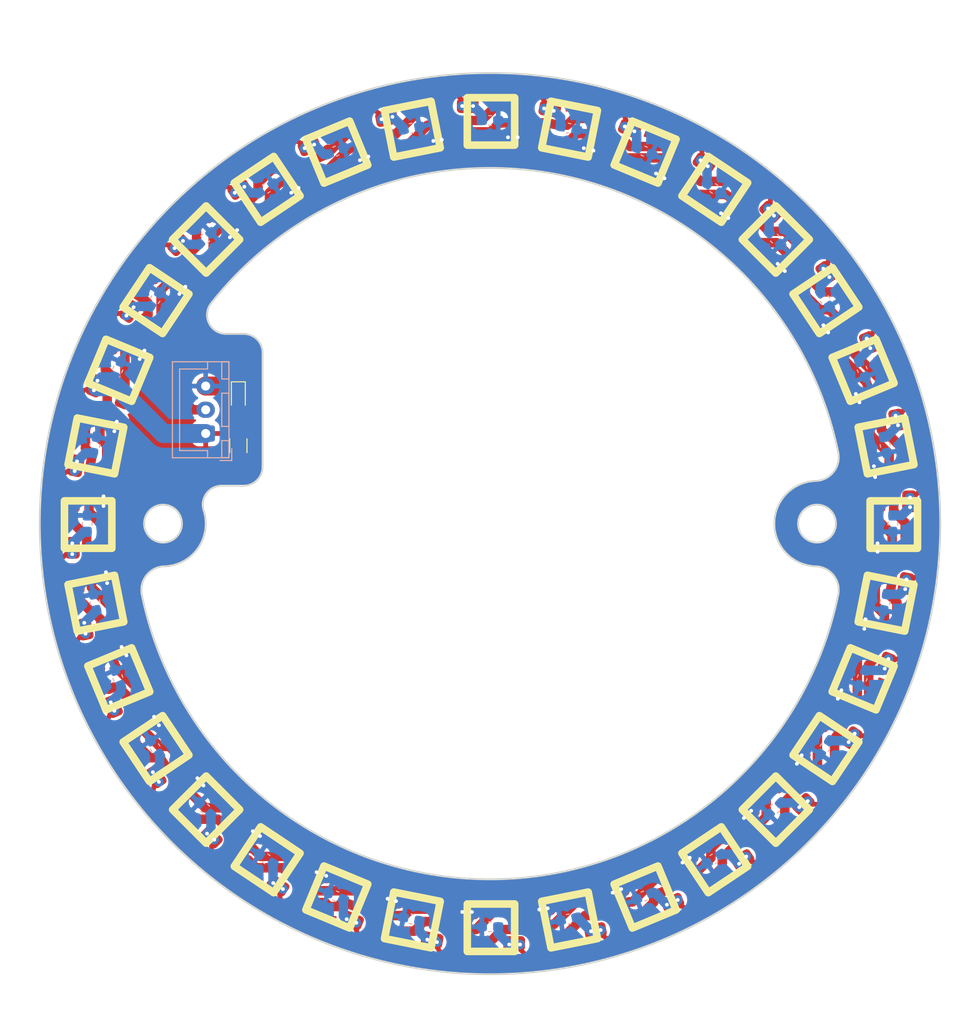
<source format=kicad_pcb>
(kicad_pcb (version 20221018) (generator pcbnew)
  (layers (0 "F.Cu" signal) (31 "B.Cu" signal) (34 "B.Paste" user) (35 "F.Paste" user) (36 "B.SilkS" user "B.Silkscreen") (37 "F.SilkS" user "F.Silkscreen") (38 "B.Mask" user) (39 "F.Mask" user) (44 "Edge.Cuts" user))
  (net 0 "")
  (net 1 "+5V")
  (net 2 "sig")
  (net 3 "GND")
  (net 4 "Net-(WS2812B1-DOUT)")
  (net 5 "Net-(WS2812B2-DOUT)")
  (net 6 "Net-(WS2812B3-DOUT)")
  (net 7 "Net-(WS2812B4-DOUT)")
  (net 8 "Net-(WS2812B5-DOUT)")
  (net 9 "data1")
  (net 10 "Net-(WS2812B7-DOUT)")
  (net 11 "Net-(WS2812B8-DOUT)")
  (net 12 "Net-(WS2812B10-DIN)")
  (net 13 "Net-(WS2812B10-DOUT)")
  (net 14 "Net-(WS2812B11-DOUT)")
  (net 15 "data2")
  (net 16 "Net-(WS2812B13-DOUT)")
  (net 17 "Net-(WS2812B14-DOUT)")
  (net 18 "Net-(WS2812B15-DOUT)")
  (net 19 "Net-(WS2812B16-DOUT)")
  (net 20 "Net-(WS2812B17-DOUT)")
  (net 21 "data3")
  (net 22 "Net-(WS2812B19-DOUT)")
  (net 23 "Net-(WS2812B20-DOUT)")
  (net 24 "Net-(WS2812B21-DOUT)")
  (net 25 "Net-(WS2812B22-DOUT)")
  (net 26 "Net-(WS2812B23-DOUT)")
  (net 27 "data4")
  (net 28 "Net-(WS2812B25-DOUT)")
  (net 29 "Net-(WS2812B26-DOUT)")
  (net 30 "Net-(WS2812B27-DOUT)")
  (net 31 "Net-(WS2812B28-DOUT)")
  (net 32 "Net-(WS2812B29-DOUT)")
  (net 33 "data5")
  (net 34 "Net-(WS2812B31-DOUT)")
  (net 36 "Net-(D1-A)")
  (footprint "@3pare:WS2812B" (layer "F.Cu") (at 110.9 93.399999 90)
    (fp_text reference "WS2812B25")
    (fp_text value "WS2812B")
  )
  (footprint "MountingHole:MountingHole_3.2mm_M3" (layer "F.Cu") (at 118.799999 93.299999)
    (fp_text reference "REF**")
    (fp_text value "MountingHole_3.2mm_M3")
  )
  (footprint "@3pare:WS2812B" (layer "F.Cu") (at 114.135119 109.664044 112.5)
    (fp_text reference "WS2812B23")
    (fp_text value "WS2812B")
  )
  (footprint "@3pare:WS2812B" (layer "F.Cu") (at 161.691338 51.716624 -11.25)
    (fp_text reference "WS2812B2")
    (fp_text value "WS2812B")
  )
  (footprint "@3pare:WS2812B" (layer "F.Cu") (at 195.083374 85.10866 -78.75)
    (fp_text reference "WS2812B8")
    (fp_text value "WS2812B")
  )
  (footprint "@3pare:WS2812B" (layer "F.Cu") (at 192.66488 77.135953 -67.5)
    (fp_text reference "WS2812B7")
    (fp_text value "WS2812B")
  )
  (footprint "@3pare:WS2812B" (layer "F.Cu") (at 137.135954 54.135118 22.5)
    (fp_text reference "WS2812B31")
    (fp_text value "WS2812B")
  )
  (footprint "@3pare:WS2812B" (layer "F.Cu") (at 129.788265 128.737457 146.25)
    (fp_text reference "WS2812B20")
    (fp_text value "WS2812B")
  )
  (footprint "@3pare:WS2812B" (layer "F.Cu") (at 137.135954 132.664879 157.5)
    (fp_text reference "WS2812B19")
    (fp_text value "WS2812B")
  )
  (footprint "@3pare:WS2812B" (layer "F.Cu") (at 188.737458 117.011733 -123.75)
    (fp_text reference "WS2812B12")
    (fp_text value "WS2812B")
  )
  (footprint "@3pare:WS2812B" (layer "F.Cu") (at 123.347961 63.34796 45)
    (fp_text reference "WS2812B29")
    (fp_text value "WS2812B")
  )
  (footprint "@3pare:WS2812B" (layer "F.Cu") (at 123.347961 123.452037 135)
    (fp_text reference "WS2812B21")
    (fp_text value "WS2812B")
  )
  (footprint "@3pare:WS2812B" (layer "F.Cu") (at 129.788265 58.06254 33.75)
    (fp_text reference "WS2812B30")
    (fp_text value "WS2812B")
  )
  (footprint "@3pare:WS2812B" (layer "F.Cu") (at 145.108661 135.083373 168.75)
    (fp_text reference "WS2812B18")
    (fp_text value "WS2812B")
  )
  (footprint "@3pare:WS2812B" (layer "F.Cu") (at 177.011734 128.737457 -146.25)
    (fp_text reference "WS2812B14")
    (fp_text value "WS2812B")
  )
  (footprint "@3pare:WS2812B" (layer "F.Cu") (at 177.011734 58.06254 -33.75)
    (fp_text reference "WS2812B4")
    (fp_text value "WS2812B")
  )
  (footprint "@3pare:WS2812B" (layer "F.Cu") (at 111.716625 101.691337 101.25)
    (fp_text reference "WS2812B24")
    (fp_text value "WS2812B")
  )
  (footprint "@3pare:WS2812B" (layer "F.Cu") (at 195.083374 101.691337 -101.25)
    (fp_text reference "WS2812B10")
    (fp_text value "WS2812B")
  )
  (footprint "@3pare:WS2812B" (layer "F.Cu") (at 161.691338 135.083373 -168.75)
    (fp_text reference "WS2812B16")
    (fp_text value "WS2812B")
  )
  (footprint "@3pare:WS2812B" (layer "F.Cu") (at 118.062541 117.011733 123.75)
    (fp_text reference "WS2812B22")
    (fp_text value "WS2812B")
  )
  (footprint "@3pare:WS2812B" (layer "F.Cu") (at 145.108661 51.716624 11.25)
    (fp_text reference "WS2812B32")
    (fp_text value "WS2812B")
  )
  (footprint "@3pare:WS2812B" (layer "F.Cu") (at 169.664045 132.664879 -157.5)
    (fp_text reference "WS2812B15")
    (fp_text value "WS2812B")
  )
  (footprint "@3pare:WS2812B" (layer "F.Cu") (at 114.135119 77.135953 67.5)
    (fp_text reference "WS2812B27")
    (fp_text value "WS2812B")
  )
  (footprint "@3pare:WS2812B" (layer "F.Cu") (at 188.737458 69.788264 -56.25)
    (fp_text reference "WS2812B6")
    (fp_text value "WS2812B")
  )
  (footprint "@3pare:WS2812B" (layer "F.Cu") (at 169.664045 54.135118 -22.5)
    (fp_text reference "WS2812B3")
    (fp_text value "WS2812B")
  )
  (footprint "@3pare:WS2812B" (layer "F.Cu") (at 111.716625 85.10866 78.75)
    (fp_text reference "WS2812B26")
    (fp_text value "WS2812B")
  )
  (footprint "@3pare:WS2812B" (layer "F.Cu") (at 183.452038 63.34796 -45)
    (fp_text reference "WS2812B5")
    (fp_text value "WS2812B")
  )
  (footprint "@3pare:WS2812B" (layer "F.Cu") (at 183.452038 123.452037 -135)
    (fp_text reference "WS2812B13")
    (fp_text value "WS2812B")
  )
  (footprint "MountingHole:MountingHole_3.2mm_M3" (layer "F.Cu") (at 187.8 93.299999)
    (fp_text reference "REF**")
    (fp_text value "MountingHole_3.2mm_M3")
  )
  (footprint "@3pare:WS2812B" (layer "F.Cu") (at 192.66488 109.664044 -112.5)
    (fp_text reference "WS2812B11")
    (fp_text value "WS2812B")
  )
  (footprint "LED_SMD:LED_0603_1608Metric_Pad1.05x0.95mm_HandSolder" (layer "F.Cu") (at 126.746 80.01 -90)
    (fp_text reference "D1")
    (fp_text value "LED")
  )
  (footprint "Resistor_SMD:R_1206_3216Metric_Pad1.30x1.75mm_HandSolder" (layer "F.Cu") (at 126.746 85.09 90)
    (fp_text reference "R1")
    (fp_text value "75Ω")
  )
  (footprint "@3pare:WS2812B" (layer "F.Cu") (at 153.4 50.899999)
    (fp_text reference "WS2812B1")
    (fp_text value "WS2812B")
  )
  (footprint "@3pare:WS2812B" (layer "F.Cu") (at 118.062541 69.788264 56.25)
    (fp_text reference "WS2812B28")
    (fp_text value "WS2812B")
  )
  (footprint "@3pare:WS2812B" (layer "F.Cu") (at 153.4 135.899999 180)
    (fp_text reference "WS2812B17")
    (fp_text value "WS2812B")
  )
  (footprint "@3pare:WS2812B" (layer "F.Cu") (at 195.9 93.399999 -90)
    (fp_text reference "WS2812B9")
    (fp_text value "WS2812B")
  )
  (footprint "Capacitor_SMD:C_0603_1608Metric_Pad1.08x0.95mm_HandSolder" (layer "B.Cu") (at 169.564045 132.564879 22.5)
    (fp_text reference "C15")
    (fp_text value "0.1uF")
  )
  (footprint "Capacitor_SMD:C_0603_1608Metric_Pad1.08x0.95mm_HandSolder" (layer "B.Cu") (at 117.962541 116.911733 -56.25)
    (fp_text reference "C22")
    (fp_text value "0.1uF")
  )
  (footprint "Capacitor_SMD:C_0603_1608Metric_Pad1.08x0.95mm_HandSolder" (layer "B.Cu") (at 183.352038 63.24796 135)
    (fp_text reference "C5")
    (fp_text value "0.1uF")
  )
  (footprint "Capacitor_SMD:C_0603_1608Metric_Pad1.08x0.95mm_HandSolder" (layer "B.Cu") (at 129.688265 57.96254 -146.25)
    (fp_text reference "C30")
    (fp_text value "0.1uF")
  )
  (footprint "Capacitor_SMD:C_0603_1608Metric_Pad1.08x0.95mm_HandSolder" (layer "B.Cu") (at 188.637458 116.911733 56.25)
    (fp_text reference "C12")
    (fp_text value "0.1uF")
  )
  (footprint "Capacitor_SMD:C_0603_1608Metric_Pad1.08x0.95mm_HandSolder" (layer "B.Cu") (at 195.8 93.299999 90)
    (fp_text reference "C9")
    (fp_text value "0.1uF")
  )
  (footprint "Capacitor_SMD:C_0603_1608Metric_Pad1.08x0.95mm_HandSolder" (layer "B.Cu") (at 194.983374 85.00866 101.25)
    (fp_text reference "C8")
    (fp_text value "0.1uF")
  )
  (footprint "Capacitor_SMD:C_0603_1608Metric_Pad1.08x0.95mm_HandSolder" (layer "B.Cu") (at 176.911734 128.637457 33.75)
    (fp_text reference "C14")
    (fp_text value "0.1uF")
  )
  (footprint "Capacitor_SMD:C_0603_1608Metric_Pad1.08x0.95mm_HandSolder" (layer "B.Cu") (at 183.352038 123.352037 45)
    (fp_text reference "C13")
    (fp_text value "0.1uF")
  )
  (footprint "Capacitor_SMD:C_0603_1608Metric_Pad1.08x0.95mm_HandSolder" (layer "B.Cu") (at 188.637458 69.688264 123.75)
    (fp_text reference "C6")
    (fp_text value "0.1uF")
  )
  (footprint "Capacitor_SMD:C_0603_1608Metric_Pad1.08x0.95mm_HandSolder" (layer "B.Cu") (at 137.035954 54.035118 -157.5)
    (fp_text reference "C31")
    (fp_text value "0.1uF")
  )
  (footprint "Capacitor_SMD:C_0603_1608Metric_Pad1.08x0.95mm_HandSolder" (layer "B.Cu") (at 145.008661 51.616624 -168.75)
    (fp_text reference "C32")
    (fp_text value "0.1uF")
  )
  (footprint "Capacitor_SMD:C_0603_1608Metric_Pad1.08x0.95mm_HandSolder" (layer "B.Cu") (at 123.247961 123.352037 -45)
    (fp_text reference "C21")
    (fp_text value "0.1uF")
  )
  (footprint "Capacitor_SMD:C_0603_1608Metric_Pad1.08x0.95mm_HandSolder" (layer "B.Cu") (at 161.591338 134.983373 11.25)
    (fp_text reference "C16")
    (fp_text value "0.1uF")
  )
  (footprint "Capacitor_SMD:C_0603_1608Metric_Pad1.08x0.95mm_HandSolder" (layer "B.Cu") (at 110.8 93.299999 -90)
    (fp_text reference "C25")
    (fp_text value "0.1uF")
  )
  (footprint "Capacitor_SMD:C_0603_1608Metric_Pad1.08x0.95mm_HandSolder" (layer "B.Cu") (at 169.564045 54.035118 157.5)
    (fp_text reference "C3")
    (fp_text value "0.1uF")
  )
  (footprint "Capacitor_SMD:C_0603_1608Metric_Pad1.08x0.95mm_HandSolder" (layer "B.Cu") (at 114.035119 109.564044 -67.5)
    (fp_text reference "C23")
    (fp_text value "0.1uF")
  )
  (footprint "Capacitor_SMD:C_0603_1608Metric_Pad1.08x0.95mm_HandSolder" (layer "B.Cu") (at 161.591338 51.616624 168.75)
    (fp_text reference "C2")
    (fp_text value "0.1uF")
  )
  (footprint "Capacitor_SMD:C_0603_1608Metric_Pad1.08x0.95mm_HandSolder" (layer "B.Cu") (at 192.56488 109.564044 67.5)
    (fp_text reference "C11")
    (fp_text value "0.1uF")
  )
  (footprint "Capacitor_SMD:C_0603_1608Metric_Pad1.08x0.95mm_HandSolder" (layer "B.Cu") (at 111.616625 85.00866 -101.25)
    (fp_text reference "C26")
    (fp_text value "0.1uF")
  )
  (footprint "Capacitor_SMD:C_0603_1608Metric_Pad1.08x0.95mm_HandSolder" (layer "B.Cu") (at 114.035119 77.035953 -112.5)
    (fp_text reference "C27")
    (fp_text value "0.1uF")
  )
  (footprint "Connector_JST:JST_XH_B3B-XH-A_1x03_P2.50mm_Vertical" (layer "B.Cu") (at 123.3 83.799999 90)
    (fp_text reference "J1")
    (fp_text value "Conn_01x03_Pin")
  )
  (footprint "Capacitor_SMD:C_0603_1608Metric_Pad1.08x0.95mm_HandSolder" (layer "B.Cu") (at 137.035954 132.564879 -22.5)
    (fp_text reference "C19")
    (fp_text value "0.1uF")
  )
  (footprint "Capacitor_SMD:C_0603_1608Metric_Pad1.08x0.95mm_HandSolder" (layer "B.Cu") (at 129.688265 128.637457 -33.75)
    (fp_text reference "C20")
    (fp_text value "0.1uF")
  )
  (footprint "Capacitor_SMD:C_0603_1608Metric_Pad1.08x0.95mm_HandSolder" (layer "B.Cu") (at 117.962541 69.688264 -123.75)
    (fp_text reference "C28")
    (fp_text value "0.1uF")
  )
  (footprint "Capacitor_SMD:C_0603_1608Metric_Pad1.08x0.95mm_HandSolder" (layer "B.Cu") (at 111.616625 101.591337 -78.75)
    (fp_text reference "C24")
    (fp_text value "0.1uF")
  )
  (footprint "Capacitor_SMD:C_0603_1608Metric_Pad1.08x0.95mm_HandSolder" (layer "B.Cu") (at 192.56488 77.035953 112.5)
    (fp_text reference "C7")
    (fp_text value "0.1uF")
  )
  (footprint "Capacitor_SMD:C_0603_1608Metric_Pad1.08x0.95mm_HandSolder" (layer "B.Cu") (at 153.3 50.799999 180)
    (fp_text reference "C1")
    (fp_text value "0.1uF")
  )
  (footprint "Capacitor_SMD:C_0603_1608Metric_Pad1.08x0.95mm_HandSolder" (layer "B.Cu") (at 123.247961 63.24796 -135)
    (fp_text reference "C29")
    (fp_text value "0.1uF")
  )
  (footprint "Capacitor_SMD:C_0603_1608Metric_Pad1.08x0.95mm_HandSolder" (layer "B.Cu") (at 176.911734 57.96254 146.25)
    (fp_text reference "C4")
    (fp_text value "0.1uF")
  )
  (footprint "Capacitor_SMD:C_0603_1608Metric_Pad1.08x0.95mm_HandSolder" (layer "B.Cu") (at 145.008661 134.983373 -11.25)
    (fp_text reference "C18")
    (fp_text value "0.1uF")
  )
  (footprint "Capacitor_SMD:C_0603_1608Metric_Pad1.08x0.95mm_HandSolder" (layer "B.Cu") (at 153.3 135.799999)
    (fp_text reference "C17")
    (fp_text value "0.1uF")
  )
  (footprint "Capacitor_SMD:C_0603_1608Metric_Pad1.08x0.95mm_HandSolder" (layer "B.Cu") (at 194.983374 101.591337 78.75)
    (fp_text reference "C10")
    (fp_text value "0.1uF")
  )
  (gr_arc (start 123.081686 91.915383) (mid 123.367443 90.123302) (end 124.984658 89.299999) (stroke (width 0.2)) (layer "Edge.Cuts"))
  (gr_arc (start 187.667236 97.79804) (mid 183.3 93.299999) (end 187.667236 88.801958) (stroke (width 0.2)) (layer "Edge.Cuts"))
  (gr_arc (start 190.043012 100.796734) (mid 153.3 130.799999) (end 116.556988 100.796734) (stroke (width 0.2)) (layer "Edge.Cuts"))
  (gr_arc (start 125.438737 73.299999) (mid 123.638893 72.172102) (end 123.869088 70.060562) (stroke (width 0.2)) (layer "Edge.Cuts"))
  (gr_line (start 125.438737 73.299999) (end 127.3 73.299999) (stroke (width 0.2)) (layer "Edge.Cuts"))
  (gr_arc (start 127.3 73.299999) (mid 128.714214 73.885785) (end 129.3 75.299999) (stroke (width 0.2)) (layer "Edge.Cuts"))
  (gr_arc (start 116.556988 100.796734) (mid 117.046983 98.744467) (end 118.932764 97.79804) (stroke (width 0.2)) (layer "Edge.Cuts"))
  (gr_arc (start 187.667236 97.79804) (mid 189.553017 98.744467) (end 190.043012 100.796734) (stroke (width 0.2)) (layer "Edge.Cuts"))
  (gr_arc (start 190.043012 85.803264) (mid 189.552994 87.85549) (end 187.667236 88.801958) (stroke (width 0.2)) (layer "Edge.Cuts"))
  (gr_arc (start 123.081686 91.915383) (mid 122.477398 95.893596) (end 118.932764 97.79804) (stroke (width 0.2)) (layer "Edge.Cuts"))
  (gr_circle (center 153.3 93.299999) (end 200.8 93.299999) (stroke (width 0.2)) (fill none) (layer "Edge.Cuts"))
  (gr_arc (start 123.869088 70.060562) (mid 161.97899 56.818152) (end 190.043012 85.803264) (stroke (width 0.2)) (layer "Edge.Cuts"))
  (gr_arc (start 129.3 87.299999) (mid 128.714213 88.714212) (end 127.3 89.299999) (stroke (width 0.2)) (layer "Edge.Cuts"))
  (gr_line (start 127.3 89.299999) (end 124.984658 89.299999) (stroke (width 0.2)) (layer "Edge.Cuts"))
  (gr_circle (center 118.799999 93.299999) (end 120.799999 93.299999) (stroke (width 0.2)) (fill none) (layer "Edge.Cuts"))
  (gr_line (start 129.3 75.299999) (end 129.3 87.299999) (stroke (width 0.2)) (layer "Edge.Cuts"))
  (gr_circle (center 187.8 93.299999) (end 189.8 93.299999) (stroke (width 0.2)) (fill none) (layer "Edge.Cuts"))
  (via (at 143.002 50.419) (size 0.8) (drill 0.4) (layers "F.Cu" "B.Cu") (net 1))
  (via (at 141.859 50.673) (size 0.8) (drill 0.4) (layers "F.Cu" "B.Cu") (net 1))
  (via (at 168.529 51.943) (size 0.8) (drill 0.4) (layers "F.Cu" "B.Cu") (net 1))
  (via (at 150.368 49.276) (size 0.8) (drill 0.4) (layers "F.Cu" "B.Cu") (net 1))
  (via (at 188.468 66.421) (size 0.8) (drill 0.4) (layers "F.Cu" "B.Cu") (net 1))
  (via (at 111.506 79.248) (size 0.8) (drill 0.4) (layers "F.Cu" "B.Cu") (net 1))
  (via (at 197.104 100.203) (size 0.8) (drill 0.4) (layers "F.Cu" "B.Cu") (net 1))
  (via (at 139.192 135.382) (size 0.8) (drill 0.4) (layers "F.Cu" "B.Cu") (net 1))
  (via (at 110.617 104.902) (size 0.8) (drill 0.4) (layers "F.Cu" "B.Cu") (net 1))
  (via (at 155.321 137.668) (size 0.8) (drill 0.4) (layers "F.Cu" "B.Cu") (net 1))
  (via (at 194.945 108.585) (size 0.8) (drill 0.4) (layers "F.Cu" "B.Cu") (net 1))
  (via (at 195.326 107.569) (size 0.8) (drill 0.4) (layers "F.Cu" "B.Cu") (net 1))
  (via (at 126.365 58.42) (size 0.8) (drill 0.4) (layers "F.Cu" "B.Cu") (net 1))
  (via (at 167.513 51.435) (size 0.8) (drill 0.4) (layers "F.Cu" "B.Cu") (net 1))
  (via (at 197.612 91.567) (size 0.8) (drill 0.4) (layers "F.Cu" "B.Cu") (net 1))
  (via (at 186.817 122.555) (size 0.8) (drill 0.4) (layers "F.Cu" "B.Cu") (net 1))
  (via (at 114.935 71.374) (size 0.8) (drill 0.4) (layers "F.Cu" "B.Cu") (net 1))
  (via (at 159.004 49.53) (size 0.8) (drill 0.4) (layers "F.Cu" "B.Cu") (net 1))
  (via (at 197.612 90.551) (size 0.8) (drill 0.4) (layers "F.Cu" "B.Cu") (net 1))
  (via (at 183.261 60.833) (size 0.8) (drill 0.4) (layers "F.Cu" "B.Cu") (net 1))
  (via (at 175.514 54.991) (size 0.8) (drill 0.4) (layers "F.Cu" "B.Cu") (net 1))
  (via (at 196.342 82.931) (size 0.8) (drill 0.4) (layers "F.Cu" "B.Cu") (net 1))
  (via (at 179.578 129.159) (size 0.8) (drill 0.4) (layers "F.Cu" "B.Cu") (net 1))
  (via (at 191.77 115.443) (size 0.8) (drill 0.4) (layers "F.Cu" "B.Cu") (net 1))
  (via (at 111.887 78.232) (size 0.8) (drill 0.4) (layers "F.Cu" "B.Cu") (net 1))
  (via (at 173.101 132.969) (size 0.8) (drill 0.4) (layers "F.Cu" "B.Cu") (net 1))
  (via (at 118.364 120.523) (size 0.8) (drill 0.4) (layers "F.Cu" "B.Cu") (net 1))
  (via (at 185.928 123.19) (size 0.8) (drill 0.4) (layers "F.Cu" "B.Cu") (net 1))
  (via (at 182.626 60.071) (size 0.8) (drill 0.4) (layers "F.Cu" "B.Cu") (net 1))
  (via (at 197.231 99.187) (size 0.8) (drill 0.4) (layers "F.Cu" "B.Cu") (net 1))
  (via (at 117.729 119.507) (size 0.8) (drill 0.4) (layers "F.Cu" "B.Cu") (net 1))
  (via (at 180.34 128.397) (size 0.8) (drill 0.4) (layers "F.Cu" "B.Cu") (net 1))
  (via (at 151.511 49.276) (size 0.8) (drill 0.4) (layers "F.Cu" "B.Cu") (net 1))
  (via (at 124.206 126.619) (size 0.8) (drill 0.4) (layers "F.Cu" "B.Cu") (net 1))
  (via (at 109.474 87.757) (size 0.8) (drill 0.4) (layers "F.Cu" "B.Cu") (net 1))
  (via (at 120.904 63.5) (size 0.8) (drill 0.4) (layers "F.Cu" "B.Cu") (net 1))
  (via (at 123.444 125.984) (size 0.8) (drill 0.4) (layers "F.Cu" "B.Cu") (net 1))
  (via (at 156.464 137.668) (size 0.8) (drill 0.4) (layers "F.Cu" "B.Cu") (net 1))
  (via (at 113.284 112.141) (size 0.8) (drill 0.4) (layers "F.Cu" "B.Cu") (net 1))
  (via (at 138.176 135.001) (size 0.8) (drill 0.4) (layers "F.Cu" "B.Cu") (net 1))
  (via (at 109.728 86.741) (size 0.8) (drill 0.4) (layers "F.Cu" "B.Cu") (net 1))
  (via (at 127.381 57.785) (size 0.8) (drill 0.4) (layers "F.Cu" "B.Cu") (net 1))
  (via (at 133.731 53.721) (size 0.8) (drill 0.4) (layers "F.Cu" "B.Cu") (net 1))
  (via (at 120.015 64.262) (size 0.8) (drill 0.4) (layers "F.Cu" "B.Cu") (net 1))
  (via (at 115.697 70.485) (size 0.8) (drill 0.4) (layers "F.Cu" "B.Cu") (net 1))
  (via (at 193.04 73.787) (size 0.8) (drill 0.4) (layers "F.Cu" "B.Cu") (net 1))
  (via (at 113.665 113.03) (size 0.8) (drill 0.4) (layers "F.Cu" "B.Cu") (net 1))
  (via (at 110.49 103.759) (size 0.8) (drill 0.4) (layers "F.Cu" "B.Cu") (net 1))
  (via (at 193.421 74.803) (size 0.8) (drill 0.4) (layers "F.Cu" "B.Cu") (net 1))
  (via (at 164.973 136.144) (size 0.8) (drill 0.4) (layers "F.Cu" "B.Cu") (net 1))
  (via (at 189.103 67.31) (size 0.8) (drill 0.4) (layers "F.Cu" "B.Cu") (net 1))
  (via (at 131.445 131.826) (size 0.8) (drill 0.4) (layers "F.Cu" "B.Cu") (net 1))
  (via (at 163.957 136.271) (size 0.8) (drill 0.4) (layers "F.Cu" "B.Cu") (net 1))
  (via (at 146.685 137.16) (size 0.8) (drill 0.4) (layers "F.Cu" "B.Cu") (net 1))
  (via (at 191.135 116.332) (size 0.8) (drill 0.4) (layers "F.Cu" "B.Cu") (net 1))
  (via (at 130.429 131.191) (size 0.8) (drill 0.4) (layers "F.Cu" "B.Cu") (net 1))
  (via (at 176.276 55.626) (size 0.8) (drill 0.4) (layers "F.Cu" "B.Cu") (net 1))
  (via (at 160.02 49.784) (size 0.8) (drill 0.4) (layers "F.Cu" "B.Cu") (net 1))
  (via (at 109.22 95.377) (size 0.8) (drill 0.4) (layers "F.Cu" "B.Cu") (net 1))
  (via (at 171.958 133.477) (size 0.8) (drill 0.4) (layers "F.Cu" "B.Cu") (net 1))
  (via (at 109.22 96.52) (size 0.8) (drill 0.4) (layers "F.Cu" "B.Cu") (net 1))
  (via (at 196.088 81.915) (size 0.8) (drill 0.4) (layers "F.Cu" "B.Cu") (net 1))
  (via (at 147.701 137.414) (size 0.8) (drill 0.4) (layers "F.Cu" "B.Cu") (net 1))
  (via (at 134.747 53.34) (size 0.8) (drill 0.4) (layers "F.Cu" "B.Cu") (net 1))
  (segment (start 162.437265 134.815108) (end 162.501108 134.815108) (width 1) (layer "B.Cu") (net 1))
  (segment (start 151.511 49.276) (end 150.368 49.276) (width 1) (layer "B.Cu") (net 1))
  (segment (start 137.8328 134.6578) (end 138.176 135.001) (width 1) (layer "B.Cu") (net 1))
  (segment (start 189.103 67.056) (end 188.468 66.421) (width 1) (layer "B.Cu") (net 1))
  (segment (start 117.483362 70.405407) (end 115.776593 70.405407) (width 1) (layer "B.Cu") (net 1))
  (segment (start 176.276 55.626) (end 176.149 55.626) (width 1) (layer "B.Cu") (net 1))
  (segment (start 135.772182 54.365182) (end 134.747 53.34) (width 1) (layer "B.Cu") (net 1))
  (segment (start 176.149 55.626) (end 175.514 54.991) (width 1) (layer "B.Cu") (net 1))
  (segment (start 113.284 112.649) (end 113.665 113.03) (width 1) (layer "B.Cu") (net 1))
  (segment (start 145.854588 136.329588) (end 146.685 137.16) (width 1) (layer "B.Cu") (net 1))
  (segment (start 113.705055 77.832799) (end 112.286201 77.832799) (width 1) (layer "B.Cu") (net 1))
  (segment (start 120.904 63.5) (end 120.777 63.5) (width 1) (layer "B.Cu") (net 1))
  (segment (start 144.162734 51.784889) (end 144.162734 51.579734) (width 1) (layer "B.Cu") (net 1))
  (segment (start 144.162734 51.579734) (end 143.002 50.419) (width 1) (layer "B.Cu") (net 1))
  (segment (start 196.342 82.931) (end 196.342 82.169) (width 1) (layer "B.Cu") (net 1))
  (segment (start 189.103 67.31) (end 189.103 67.056) (width 1) (layer "B.Cu") (net 1))
  (segment (start 117.729 119.888) (end 118.364 120.523) (width 1) (layer "B.Cu") (net 1))
  (segment (start 110.49 104.775) (end 110.617 104.902) (width 1) (layer "B.Cu") (net 1))
  (segment (start 182.742158 61.351842) (end 183.261 60.833) (width 1) (layer "B.Cu") (net 1))
  (segment (start 183.261 60.833) (end 183.261 60.706) (width 1) (layer "B.Cu") (net 1))
  (segment (start 113.908307 78.867) (end 111.887 78.867) (width 2) (layer "B.Cu") (net 1))
  (segment (start 147.447 137.16) (end 147.701 137.414) (width 1) (layer "B.Cu") (net 1))
  (segment (start 159.258 49.784) (end 159.004 49.53) (width 1) (layer "B.Cu") (net 1))
  (segment (start 176.194591 57.483361) (end 176.194591 55.707409) (width 1) (layer "B.Cu") (net 1))
  (segment (start 195.151639 100.74541) (end 196.56159 100.74541) (width 1) (layer "B.Cu") (net 1))
  (segment (start 112.286201 77.832799) (end 111.887 78.232) (width 1) (layer "B.Cu") (net 1))
  (segment (start 192.234816 75.989184) (end 193.421 74.803) (width 1) (layer "B.Cu") (net 1))
  (segment (start 110.614413 85.854587) (end 109.728 86.741) (width 1) (layer "B.Cu") (net 1))
  (segment (start 186.182 123.19) (end 186.817 122.555) (width 1) (layer "B.Cu") (net 1))
  (segment (start 143.002 50.419) (end 142.113 50.419) (width 1) (layer "B.Cu") (net 1))
  (segment (start 176.194591 55.707409) (end 176.276 55.626) (width 1) (layer "B.Cu") (net 1))
  (segment (start 162.501108 134.815108) (end 163.957 136.271) (width 1) (layer "B.Cu") (net 1))
  (segment (start 193.421 74.168) (end 193.04 73.787) (width 1) (layer "B.Cu") (net 1))
  (segment (start 110.49 103.759) (end 110.49 104.775) (width 1) (layer "B.Cu") (net 1))
  (segment (start 185.480157 122.742157) (end 185.928 123.19) (width 1) (layer "B.Cu") (net 1))
  (segment (start 163.957 136.271) (end 164.846 136.271) (width 1) (layer "B.Cu") (net 1))
  (segment (start 189.116637 116.19459) (end 190.99759 116.19459) (width 1) (layer "B.Cu") (net 1))
  (segment (start 172.593 133.477) (end 173.101 132.969) (width 1) (layer "B.Cu") (net 1))
  (segment (start 170.715815 132.234815) (end 171.958 133.477) (width 1) (layer "B.Cu") (net 1))
  (segment (start 168.529 51.943) (end 168.021 51.943) (width 1) (layer "B.Cu") (net 1))
  (segment (start 171.958 133.477) (end 172.593 133.477) (width 1) (layer "B.Cu") (net 1))
  (segment (start 111.44836 85.854587) (end 110.614413 85.854587) (width 1) (layer "B.Cu") (net 1))
  (segment (start 146.685 137.16) (end 147.447 137.16) (width 1) (layer "B.Cu") (net 1))
  (segment (start 118.44172 118.79428) (end 117.729 119.507) (width 1) (layer "B.Cu") (net 1))
  (segment (start 191.135 116.332) (end 191.135 116.078) (width 1) (layer "B.Cu") (net 1))
  (segment (start 136.239108 54.365182) (end 135.772182 54.365182) (width 1) (layer "B.Cu") (net 1))
  (segment (start 130.405408 129.116636) (end 130.405408 131.167408) (width 1) (layer "B.Cu") (net 1))
  (segment (start 109.22 95.377) (end 109.22 96.52) (width 1) (layer "B.Cu") (net 1))
  (segment (start 182.742158 62.63808) (end 182.742158 61.351842) (width 1) (layer "B.Cu") (net 1))
  (segment (start 130.405408 131.167408) (end 130.429 131.191) (width 1) (layer "B.Cu") (net 1))
  (segment (start 194.815109 84.162733) (end 195.110267 84.162733) (width 1) (layer "B.Cu") (net 1))
  (segment (start 145.854588 135.151638) (end 145.854588 136.329588) (width 1) (layer "B.Cu") (net 1))
  (segment (start 193.421 74.803) (end 193.421 74.168) (width 1) (layer "B.Cu") (net 1))
  (segment (start 196.342 82.169) (end 196.088 81.915) (width 1) (layer "B.Cu") (net 1))
  (segment (start 111.78489 102.437264) (end 111.78489 102.46411) (width 1) (layer "B.Cu") (net 1))
  (segment (start 123.3 83.799999) (end 118.841306 83.799999) (width 2) (layer "B.Cu") (net 1))
  (segment (start 113.284 112.141) (end 113.284 112.649) (width 1) (layer "B.Cu") (net 1))
  (segment (start 115.776593 70.405407) (end 115.697 70.485) (width 1) (layer "B.Cu") (net 1))
  (segment (start 130.81 131.191) (end 131.445 131.826) (width 1) (layer "B.Cu") (net 1))
  (segment (start 118.44172 117.628876) (end 118.44172 118.79428) (width 1) (layer "B.Cu") (net 1))
  (segment (start 179.578 129.159) (end 180.34 128.397) (width 1) (layer "B.Cu") (net 1))
  (segment (start 152.4375 50.799999) (end 152.4375 50.2025) (width 1) (layer "B.Cu") (net 1))
  (segment (start 177.628877 128.158278) (end 178.577278 128.158278) (width 1) (layer "B.Cu") (net 1))
  (segment (start 110.434501 94.162499) (end 109.22 95.377) (width 1) (layer "B.Cu") (net 1))
  (segment (start 121.26184 63.85784) (end 120.904 63.5) (width 1) (layer "B.Cu") (net 1))
  (segment (start 195.110267 84.162733) (end 196.342 82.931) (width 1) (layer "B.Cu") (net 1))
  (segment (start 109.728 86.741) (end 109.728 87.503) (width 1) (layer "B.Cu") (net 1))
  (segment (start 111.78489 102.46411) (end 110.49 103.759) (width 1) (layer "B.Cu") (net 1))
  (segment (start 122.638081 63.85784) (end 121.26184 63.85784) (width 1) (layer "B.Cu") (net 1))
  (segment (start 160.02 49.784) (end 159.258 49.784) (width 1) (layer "B.Cu") (net 1))
  (segment (start 191.135 116.078) (end 191.77 115.443) (width 1) (layer "B.Cu") (net 1))
  (segment (start 134.747 53.34) (end 134.112 53.34) (width 1) (layer "B.Cu") (net 1))
  (segment (start 137.8328 132.894943) (end 137.8328 134.6578) (width 1) (layer "B.Cu") (net 1))
  (segment (start 188.158279 68.971121) (end 188.158279 68.254721) (width 1) (layer "B.Cu") (net 1))
  (segment (start 123.444 125.984) (end 123.571 125.984) (width 1) (layer "B.Cu") (net 1))
  (segment (start 130.429 131.191) (end 130.81 131.191) (width 1) (layer "B.Cu") (net 1))
  (segment (start 185.928 123.19) (end 186.182 123.19) (width 1) (layer "B.Cu") (net 1))
  (segment (start 127 57.785) (end 126.365 58.42) (width 1) (layer "B.Cu") (net 1))
  (segment (start 123.571 125.984) (end 124.206 126.619) (width 1) (layer "B.Cu") (net 1))
  (segment (start 164.846 136.271) (end 164.973 136.144) (width 1) (layer "B.Cu") (net 1))
  (segment (start 120.777 63.5) (end 120.015 64.262) (width 1) (layer "B.Cu") (net 1))
  (segment (start 160.745411 50.509411) (end 160.02 49.784) (width 1) (layer "B.Cu") (net 1))
  (segment (start 192.234816 76.239107) (end 192.234816 75.989184) (width 1) (layer "B.Cu") (net 1))
  (segment (start 111.887 78.232) (end 111.887 78.867) (width 1) (layer "B.Cu") (net 1))
  (segment (start 128.037719 58.441719) (end 127.381 57.785) (width 1) (layer "B.Cu") (net 1))
  (segment (start 138.176 135.001) (end 138.811 135.001) (width 1) (layer "B.Cu") (net 1))
  (segment (start 194.945 108.585) (end 194.945 107.95) (width 1) (layer "B.Cu") (net 1))
  (segment (start 178.577278 128.158278) (end 179.578 129.159) (width 1) (layer "B.Cu") (net 1))
  (segment (start 134.112 53.34) (end 133.731 53.721) (width 1) (layer "B.Cu") (net 1))
  (segment (start 142.113 50.419) (end 141.859 50.673) (width 1) (layer "B.Cu") (net 1))
  (segment (start 160.745411 51.448359) (end 160.745411 50.509411) (width 1) (layer "B.Cu") (net 1))
  (segment (start 110.8 94.162499) (end 110.434501 94.162499) (width 1) (layer "B.Cu") (net 1))
  (segment (start 152.4375 50.2025) (end 151.511 49.276) (width 1) (layer "B.Cu") (net 1))
  (segment (start 170.360891 132.234815) (end 170.715815 132.234815) (width 1) (layer "B.Cu") (net 1))
  (segment (start 128.971122 58.441719) (end 128.037719 58.441719) (width 1) (layer "B.Cu") (net 1))
  (segment (start 190.99759 116.19459) (end 191.135 116.332) (width 1) (layer "B.Cu") (net 1))
  (segment (start 115.697 70.485) (end 115.697 70.612) (width 1) (layer "B.Cu") (net 1))
  (segment (start 197.612 91.567) (end 197.612 90.551) (width 1) (layer "B.Cu") (net 1))
  (segment (start 154.1625 135.799999) (end 154.1625 136.5095) (width 1) (layer "B.Cu") (net 1))
  (segment (start 197.104 100.203) (end 197.104 99.314) (width 1) (layer "B.Cu") (net 1))
  (segment (start 168.767199 53.705054) (end 168.767199 52.181199) (width 1) (layer "B.Cu") (net 1))
  (segment (start 183.961918 122.742157) (end 185.480157 122.742157) (width 1) (layer "B.Cu") (net 1))
  (segment (start 183.261 60.706) (end 182.626 60.071) (width 1) (layer "B.Cu") (net 1))
  (segment (start 188.158279 68.254721) (end 189.103 67.31) (width 1) (layer "B.Cu") (net 1))
  (segment (start 117.729 119.507) (end 117.729 119.888) (width 1) (layer "B.Cu") (net 1))
  (segment (start 154.1625 136.5095) (end 155.321 137.668) (width 1) (layer "B.Cu") (net 1))
  (segment (start 194.762802 108.767198) (end 194.945 108.585) (width 1) (layer "B.Cu") (net 1))
  (segment (start 196.56159 100.74541) (end 197.104 100.203) (width 1) (layer "B.Cu") (net 1))
  (segment (start 114.365183 111.059817) (end 113.284 112.141) (width 1) (layer "B.Cu") (net 1))
  (segment (start 114.365183 110.36089) (end 114.365183 111.059817) (width 1) (layer "B.Cu") (net 1))
  (segment (start 192.894944 108.767198) (end 194.762802 108.767198) (width 1) (layer "B.Cu") (net 1))
  (segment (start 123.857841 123.961917) (end 123.857841 125.570159) (width 1) (layer "B.Cu") (net 1))
  (segment (start 138.811 135.001) (end 139.192 135.382) (width 1) (layer "B.Cu") (net 1))
  (segment (start 109.728 87.503) (end 109.474 87.757) (width 1) (layer "B.Cu") (net 1))
  (segment (start 127.381 57.785) (end 127 57.785) (width 1) (layer "B.Cu") (net 1))
  (segment (start 111.887 78.867) (end 111.506 79.248) (width 1) (layer "B.Cu") (net 1))
  (segment (start 168.021 51.943) (end 167.513 51.435) (width 1) (layer "B.Cu") (net 1))
  (segment (start 195.8 92.437499) (end 196.741501 92.437499) (width 1) (layer "B.Cu") (net 1))
  (segment (start 196.741501 92.437499) (end 197.612 91.567) (width 1) (layer "B.Cu") (net 1))
  (segment (start 155.321 137.668) (end 156.464 137.668) (width 1) (layer "B.Cu") (net 1))
  (segment (start 123.857841 125.570159) (end 123.444 125.984) (width 1) (layer "B.Cu") (net 1))
  (segment (start 194.945 107.95) (end 195.326 107.569) (width 1) (layer "B.Cu") (net 1))
  (segment (start 197.104 99.314) (end 197.231 99.187) (width 1) (layer "B.Cu") (net 1))
  (segment (start 115.697 70.612) (end 114.935 71.374) (width 1) (layer "B.Cu") (net 1))
  (segment (start 168.767199 52.181199) (end 168.529 51.943) (width 1) (layer "B.Cu") (net 1))
  (segment (start 118.841306 83.799999) (end 113.908307 78.867) (width 2) (layer "B.Cu") (net 1))
  (segment (start 124.333 67.31) (end 122.301 69.342) (width 1) (layer "F.Cu") (net 2))
  (segment (start 143.630163 55.88) (end 141.732 55.88) (width 1) (layer "F.Cu") (net 2))
  (segment (start 120.65 75.438) (end 120.65 80.01) (width 1) (layer "F.Cu") (net 2))
  (segment (start 120.65 80.01) (end 121.939999 81.299999) (width 1) (layer "F.Cu") (net 2))
  (segment (start 122.301 69.342) (end 122.301 73.787) (width 1) (layer "F.Cu") (net 2))
  (segment (start 131.953 60.579) (end 128.143 64.389) (width 1) (layer "F.Cu") (net 2))
  (segment (start 140.843 56.769) (end 139.065 56.769) (width 1) (layer "F.Cu") (net 2))
  (segment (start 144.996908 54.513255) (end 143.630163 55.88) (width 1) (layer "F.Cu") (net 2))
  (segment (start 124.333 67.056) (end 124.333 67.31) (width 1) (layer "F.Cu") (net 2))
  (segment (start 155.85 49.249999) (end 155.823999 49.276) (width 1) (layer "F.Cu") (net 2))
  (segment (start 139.065 56.769) (end 137.414 58.42) (width 1) (layer "F.Cu") (net 2))
  (segment (start 149.647234 51.181) (end 147.828 51.181) (width 1) (layer "F.Cu") (net 2))
  (segment (start 144.996908 53.023888) (end 144.996908 54.513255) (width 1) (layer "F.Cu") (net 2))
  (segment (start 137.414 58.42) (end 135.255 58.42) (width 1) (layer "F.Cu") (net 2))
  (segment (start 153.924 49.276) (end 152.4 50.8) (width 1) (layer "F.Cu") (net 2))
  (segment (start 133.096 60.579) (end 131.953 60.579) (width 1) (layer "F.Cu") (net 2))
  (segment (start 121.939999 81.299999) (end 123.3 81.299999) (width 1) (layer "F.Cu") (net 2))
  (segment (start 146.712796 51.308) (end 144.996908 53.023888) (width 1) (layer "F.Cu") (net 2))
  (segment (start 147.828 51.181) (end 147.701 51.308) (width 1) (layer "F.Cu") (net 2))
  (segment (start 152.4 50.8) (end 150.028234 50.8) (width 1) (layer "F.Cu") (net 2))
  (segment (start 122.301 73.787) (end 120.65 75.438) (width 1) (layer "F.Cu") (net 2))
  (segment (start 127 64.389) (end 124.333 67.056) (width 1) (layer "F.Cu") (net 2))
  (segment (start 128.143 64.389) (end 127 64.389) (width 1) (layer "F.Cu") (net 2))
  (segment (start 147.701 51.308) (end 146.712796 51.308) (width 1) (layer "F.Cu") (net 2))
  (segment (start 135.255 58.42) (end 133.096 60.579) (width 1) (layer "F.Cu") (net 2))
  (segment (start 155.823999 49.276) (end 153.924 49.276) (width 1) (layer "F.Cu") (net 2))
  (segment (start 150.028234 50.8) (end 149.647234 51.181) (width 1) (layer "F.Cu") (net 2))
  (segment (start 141.732 55.88) (end 140.843 56.769) (width 1) (layer "F.Cu") (net 2))
  (segment (start 123.3 78.799999) (end 126.410999 78.799999) (width 2) (layer "F.Cu") (net 3))
  (segment (start 126.410999 78.799999) (end 126.746 79.135) (width 2) (layer "F.Cu") (net 3))
  (via (at 192.786 104.394) (size 0.8) (drill 0.4) (layers "F.Cu" "B.Cu") (net 3))
  (via (at 192.913 103.378) (size 0.8) (drill 0.4) (layers "F.Cu" "B.Cu") (net 3))
  (via (at 186.182 117.729) (size 0.8) (drill 0.4) (layers "F.Cu" "B.Cu") (net 3))
  (via (at 188.976 73.152) (size 0.8) (drill 0.4) (layers "F.Cu" "B.Cu") (net 3))
  (via (at 178.435 61.087) (size 0.8) (drill 0.4) (layers "F.Cu" "B.Cu") (net 3))
  (via (at 128.27 125.73) (size 0.8) (drill 0.4) (layers "F.Cu" "B.Cu") (net 3))
  (via (at 166.243 132.207) (size 0.8) (drill 0.4) (layers "F.Cu" "B.Cu") (net 3))
  (via (at 125.857 63.119) (size 0.8) (drill 0.4) (layers "F.Cu" "B.Cu") (net 3))
  (via (at 112.776 98.425) (size 0.8) (drill 0.4) (layers "F.Cu" "B.Cu") (net 3))
  (via (at 173.609 129.032) (size 0.8) (drill 0.4) (layers "F.Cu" "B.Cu") (net 3))
  (via (at 132.334 58.42) (size 0.8) (drill 0.4) (layers "F.Cu" "B.Cu") (net 3))
  (via (at 116.332 75.946) (size 0.8) (drill 0.4) (layers "F.Cu" "B.Cu") (net 3))
  (via (at 139.573 54.991) (size 0.8) (drill 0.4) (layers "F.Cu" "B.Cu") (net 3))
  (via (at 174.371 128.524) (size 0.8) (drill 0.4) (layers "F.Cu" "B.Cu") (net 3))
  (via (at 171.704 56.896) (size 0.8) (drill 0.4) (layers "F.Cu" "B.Cu") (net 3))
  (via (at 143.383 133.096) (size 0.8) (drill 0.4) (layers "F.Cu" "B.Cu") (net 3))
  (via (at 123.063 120.904) (size 0.8) (drill 0.4) (layers "F.Cu" "B.Cu") (net 3))
  (via (at 194.183 95.377) (size 0.8) (drill 0.4) (layers "F.Cu" "B.Cu") (net 3))
  (via (at 114.935 107.188) (size 0.8) (drill 0.4) (layers "F.Cu" "B.Cu") (net 3))
  (via (at 189.992 111.76) (size 0.8) (drill 0.4) (layers "F.Cu" "B.Cu") (net 3))
  (via (at 114.427 106.299) (size 0.8) (drill 0.4) (layers "F.Cu" "B.Cu") (net 3))
  (via (at 193.802 87.249) (size 0.8) (drill 0.4) (layers "F.Cu" "B.Cu") (net 3))
  (via (at 194.183 96.266) (size 0.8) (drill 0.4) (layers "F.Cu" "B.Cu") (net 3))
  (via (at 158.496 133.985) (size 0.8) (drill 0.4) (layers "F.Cu" "B.Cu") (net 3))
  (via (at 126.619 62.357) (size 0.8) (drill 0.4) (layers "F.Cu" "B.Cu") (net 3))
  (via (at 135.001 130.048) (size 0.8) (drill 0.4) (layers "F.Cu" "B.Cu") (net 3))
  (via (at 148.209 52.832) (size 0.8) (drill 0.4) (layers "F.Cu" "B.Cu") (net 3))
  (via (at 164.211 53.975) (size 0.8) (drill 0.4) (layers "F.Cu" "B.Cu") (net 3))
  (via (at 113.919 82.55) (size 0.8) (drill 0.4) (layers "F.Cu" "B.Cu") (net 3))
  (via (at 133.096 57.912) (size 0.8) (drill 0.4) (layers "F.Cu" "B.Cu") (net 3))
  (via (at 118.364 114.554) (size 0.8) (drill 0.4) (layers "F.Cu" "B.Cu") (net 3))
  (via (at 180.848 123.571) (size 0.8) (drill 0.4) (layers "F.Cu" "B.Cu") (net 3))
  (via (at 121.158 68.326) (size 0.8) (drill 0.4) (layers "F.Cu" "B.Cu") (net 3))
  (via (at 120.523 69.088) (size 0.8) (drill 0.4) (layers "F.Cu" "B.Cu") (net 3))
  (via (at 112.522 91.44) (size 0.8) (drill 0.4) (layers "F.Cu" "B.Cu") (net 3))
  (via (at 155.194 52.578) (size 0.8) (drill 0.4) (layers "F.Cu" "B.Cu") (net 3))
  (via (at 117.856 113.665) (size 0.8) (drill 0.4) (layers "F.Cu" "B.Cu") (net 3))
  (via (at 159.385 133.858) (size 0.8) (drill 0.4) (layers "F.Cu" "B.Cu") (net 3))
  (via (at 136.017 130.429) (size 0.8) (drill 0.4) (layers "F.Cu" "B.Cu") (net 3))
  (via (at 191.897 79.629) (size 0.8) (drill 0.4) (layers "F.Cu" "B.Cu") (net 3))
  (via (at 183.642 65.913) (size 0.8) (drill 0.4) (layers "F.Cu" "B.Cu") (net 3))
  (via (at 151.384 134.239) (size 0.8) (drill 0.4) (layers "F.Cu" "B.Cu") (net 3))
  (via (at 116.84 75.057) (size 0.8) (drill 0.4) (layers "F.Cu" "B.Cu") (net 3))
  (via (at 140.462 54.61) (size 0.8) (drill 0.4) (layers "F.Cu" "B.Cu") (net 3))
  (via (at 170.815 56.388) (size 0.8) (drill 0.4) (layers "F.Cu" "B.Cu") (net 3))
  (via (at 129.032 126.238) (size 0.8) (drill 0.4) (layers "F.Cu" "B.Cu") (net 3))
  (via (at 113.665 83.566) (size 0.8) (drill 0.4) (layers "F.Cu" "B.Cu") (net 3))
  (via (at 156.21 52.578) (size 0.8) (drill 0.4) (layers "F.Cu" "B.Cu") (net 3))
  (via (at 188.468 72.39) (size 0.8) (drill 0.4) (layers "F.Cu" "B.Cu") (net 3))
  (via (at 142.494 132.842) (size 0.8) (drill 0.4) (layers "F.Cu" "B.Cu") (net 3))
  (via (at 147.32 52.959) (size 0.8) (drill 0.4) (layers "F.Cu" "B.Cu") (net 3))
  (via (at 180.086 124.333) (size 0.8) (drill 0.4) (layers "F.Cu" "B.Cu") (net 3))
  (via (at 185.674 118.618) (size 0.8) (drill 0.4) (layers "F.Cu" "B.Cu") (net 3))
  (via (at 193.929 88.392) (size 0.8) (drill 0.4) (layers "F.Cu" "B.Cu") (net 3))
  (via (at 150.368 134.239) (size 0.8) (drill 0.4) (layers "F.Cu" "B.Cu") (net 3))
  (via (at 112.522 90.424) (size 0.8) (drill 0.4) (layers "F.Cu" "B.Cu") (net 3))
  (via (at 163.195 53.721) (size 0.8) (drill 0.4) (layers "F.Cu" "B.Cu") (net 3))
  (via (at 190.373 110.871) (size 0.8) (drill 0.4) (layers "F.Cu" "B.Cu") (net 3))
  (via (at 177.673 60.579) (size 0.8) (drill 0.4) (layers "F.Cu" "B.Cu") (net 3))
  (via (at 112.903 99.568) (size 0.8) (drill 0.4) (layers "F.Cu" "B.Cu") (net 3))
  (via (at 192.278 80.518) (size 0.8) (drill 0.4) (layers "F.Cu" "B.Cu") (net 3))
  (via (at 184.404 66.675) (size 0.8) (drill 0.4) (layers "F.Cu" "B.Cu") (net 3))
  (via (at 167.132 131.826) (size 0.8) (drill 0.4) (layers "F.Cu" "B.Cu") (net 3))
  (via (at 122.428 120.142) (size 0.8) (drill 0.4) (layers "F.Cu" "B.Cu") (net 3))
  (segment (start 153.352234 52) (end 154.298234 51.054) (width 1) (layer "F.Cu") (net 4))
  (segment (start 154.298234 51.054) (end 159.32376 51.054) (width 1) (layer "F.Cu") (net 4))
  (segment (start 160.51161 51.290279) (end 161.434721 51.290279) (width 1) (layer "F.Cu") (net 4))
  (segment (start 162.1487 50.5763) (end 164.416161 50.5763) (width 1) (layer "F.Cu") (net 4))
  (segment (start 159.32376 51.054) (end 160.51161 51.290279) (width 1) (layer "F.Cu") (net 4))
  (segment (start 150.95 52.549999) (end 150.562993 52.549999) (width 1) (layer "F.Cu") (net 4))
  (segment (start 151.112992 52) (end 153.352234 52) (width 1) (layer "F.Cu") (net 4))
  (segment (start 161.434721 51.290279) (end 162.1487 50.5763) (width 1) (layer "F.Cu") (net 4))
  (segment (start 150.562993 52.549999) (end 151.112992 52) (width 1) (layer "F.Cu") (net 4))
  (segment (start 166.87991 53.086) (end 167.622519 53.086) (width 1) (layer "F.Cu") (net 5))
  (segment (start 158.966515 52.856948) (end 159.449567 53.34) (width 1) (layer "F.Cu") (net 5))
  (segment (start 165.99091 52.197) (end 166.87991 53.086) (width 1) (layer "F.Cu") (net 5))
  (segment (start 167.622519 53.086) (end 168.08481 53.548291) (width 1) (layer "F.Cu") (net 5))
  (segment (start 161.29 53.34) (end 162.433 52.197) (width 1) (layer "F.Cu") (net 5))
  (segment (start 162.433 52.197) (end 165.99091 52.197) (width 1) (layer "F.Cu") (net 5))
  (segment (start 168.08481 53.548291) (end 172.558978 53.548291) (width 1) (layer "F.Cu") (net 5))
  (segment (start 159.449567 53.34) (end 161.29 53.34) (width 1) (layer "F.Cu") (net 5))
  (segment (start 166.795458 54.748291) (end 171.635644 54.748291) (width 1) (layer "F.Cu") (net 6))
  (segment (start 166.769112 54.721945) (end 166.795458 54.748291) (width 1) (layer "F.Cu") (net 6))
  (segment (start 173.117172 55.36196) (end 173.645728 55.36196) (width 1) (layer "F.Cu") (net 6))
  (segment (start 171.635644 54.748291) (end 173.117172 55.36196) (width 1) (layer "F.Cu") (net 6))
  (segment (start 175.500954 57.217186) (end 179.130949 57.217186) (width 1) (layer "F.Cu") (net 6))
  (segment (start 179.130949 57.217186) (end 179.965525 58.051762) (width 1) (layer "F.Cu") (net 6))
  (segment (start 173.645728 55.36196) (end 175.500954 57.217186) (width 1) (layer "F.Cu") (net 6))
  (segment (start 186.351176 63.913645) (end 185.833645 63.913645) (width 1) (layer "F.Cu") (net 7))
  (segment (start 182.703684 62.484) (end 180.159165 59.93948) (width 1) (layer "F.Cu") (net 7))
  (segment (start 184.404 62.484) (end 182.703684 62.484) (width 1) (layer "F.Cu") (net 7))
  (segment (start 174.579886 58.595261) (end 174.057943 58.073318) (width 1) (layer "F.Cu") (net 7))
  (segment (start 180.159165 59.93948) (end 178.147399 58.595261) (width 1) (layer "F.Cu") (net 7))
  (segment (start 185.833645 63.913645) (end 184.404 62.484) (width 1) (layer "F.Cu") (net 7))
  (segment (start 178.147399 58.595261) (end 174.579886 58.595261) (width 1) (layer "F.Cu") (net 7))
  (segment (start 187.579 67.740796) (end 183.522204 63.684) (width 1) (layer "F.Cu") (net 8))
  (segment (start 190.286931 68.874931) (end 188.427069 68.874931) (width 1) (layer "F.Cu") (net 8))
  (segment (start 191.47053 70.05853) (end 190.286931 68.874931) (width 1) (layer "F.Cu") (net 8))
  (segment (start 188.427069 68.874931) (end 187.579 68.026862) (width 1) (layer "F.Cu") (net 8))
  (segment (start 181.454625 63.684) (end 180.5529 62.782275) (width 1) (layer "F.Cu") (net 8))
  (segment (start 191.47053 70.908674) (end 191.47053 70.05853) (width 1) (layer "F.Cu") (net 8))
  (segment (start 183.522204 63.684) (end 181.454625 63.684) (width 1) (layer "F.Cu") (net 8))
  (segment (start 187.579 68.026862) (end 187.579 67.740796) (width 1) (layer "F.Cu") (net 8))
  (segment (start 190.632997 72.286747) (end 190.632997 73.369053) (width 1) (layer "F.Cu") (net 9))
  (segment (start 190.632997 73.369053) (end 191.785416 74.521472) (width 1) (layer "F.Cu") (net 9))
  (segment (start 191.785416 75.42659) (end 195.126856 78.76803) (width 1) (layer "F.Cu") (net 9))
  (segment (start 186.004386 68.667854) (end 188.085751 70.749219) (width 1) (layer "F.Cu") (net 9))
  (segment (start 191.785416 74.521472) (end 191.785416 75.42659) (width 1) (layer "F.Cu") (net 9))
  (segment (start 189.095469 70.749219) (end 190.632997 72.286747) (width 1) (layer "F.Cu") (net 9))
  (segment (start 188.085751 70.749219) (end 189.095469 70.749219) (width 1) (layer "F.Cu") (net 9))
  (segment (start 197.179641 85.76234) (end 197.179641 87.189685) (width 1) (layer "F.Cu") (net 10))
  (segment (start 194.590011 81.287369) (end 193.891722 80.58908) (width 1) (layer "F.Cu") (net 10))
  (segment (start 194.590011 83.419786) (end 194.590011 81.287369) (width 1) (layer "F.Cu") (net 10))
  (segment (start 195.77041 84.353109) (end 197.179641 85.76234) (width 1) (layer "F.Cu") (net 10))
  (segment (start 193.891722 80.58908) (end 192.965808 78.353725) (width 1) (layer "F.Cu") (net 10))
  (segment (start 190.202904 75.590821) (end 190.202904 75.503876) (width 1) (layer "F.Cu") (net 10))
  (segment (start 192.965808 78.353725) (end 190.202904 75.590821) (width 1) (layer "F.Cu") (net 10))
  (segment (start 195.77041 84.353109) (end 195.025804 83.855579) (width 1) (layer "F.Cu") (net 10))
  (segment (start 195.025804 83.855579) (end 194.590011 83.419786) (width 1) (layer "F.Cu") (net 10))
  (segment (start 193.390011 83.662011) (end 193.390011 83.916842) (width 1) (layer "F.Cu") (net 11))
  (segment (start 195.888464 88.192464) (end 195.888464 92.002464) (width 1) (layer "F.Cu") (net 11))
  (segment (start 193.390011 83.916842) (end 195.409907 85.936738) (width 1) (layer "F.Cu") (net 11))
  (segment (start 195.409907 85.936738) (end 195.409907 87.713907) (width 1) (layer "F.Cu") (net 11))
  (segment (start 195.888464 92.002464) (end 197.104 93.218) (width 1) (layer "F.Cu") (net 11))
  (segment (start 192.987107 83.259107) (end 193.390011 83.662011) (width 1) (layer "F.Cu") (net 11))
  (segment (start 197.104 95.403999) (end 197.55 95.849999) (width 1) (layer "F.Cu") (net 11))
  (segment (start 197.104 93.218) (end 197.104 95.403999) (width 1) (layer "F.Cu") (net 11))
  (segment (start 192.987107 83.027635) (end 192.987107 83.259107) (width 1) (layer "F.Cu") (net 11))
  (segment (start 195.409907 87.713907) (end 195.888464 88.192464) (width 1) (layer "F.Cu") (net 11))
  (segment (start 194.25 90.949999) (end 194.25 92.961) (width 1) (layer "F.Cu") (net 12))
  (segment (start 195.509719 100.894719) (end 196.223698 101.608698) (width 1) (layer "F.Cu") (net 12))
  (segment (start 195.509719 100.511609) (end 195.509719 100.894719) (width 1) (layer "F.Cu") (net 12))
  (segment (start 196.223698 101.608698) (end 196.223698 104.41616) (width 1) (layer "F.Cu") (net 12))
  (segment (start 194.25 92.961) (end 195.726914 94.437914) (width 1) (layer "F.Cu") (net 12))
  (segment (start 195.726914 94.437914) (end 195.726914 99.419699) (width 1) (layer "F.Cu") (net 12))
  (segment (start 195.726914 99.419699) (end 195.509719 100.511609) (width 1) (layer "F.Cu") (net 12))
  (segment (start 193.94305 101.91001) (end 194.906673 102.873633) (width 1) (layer "F.Cu") (net 13))
  (segment (start 194.428116 104.021884) (end 194.428116 106.165791) (width 1) (layer "F.Cu") (net 13))
  (segment (start 193.251707 108.166983) (end 193.251707 112.558977) (width 1) (layer "F.Cu") (net 13))
  (segment (start 194.906673 103.543327) (end 194.428116 104.021884) (width 1) (layer "F.Cu") (net 13))
  (segment (start 194.428116 106.165791) (end 193.655891 106.938016) (width 1) (layer "F.Cu") (net 13))
  (segment (start 194.906673 102.873633) (end 194.906673 103.543327) (width 1) (layer "F.Cu") (net 13))
  (segment (start 193.94305 98.966514) (end 193.94305 101.91001) (width 1) (layer "F.Cu") (net 13))
  (segment (start 193.655891 106.938016) (end 193.655891 107.762799) (width 1) (layer "F.Cu") (net 13))
  (segment (start 193.655891 107.762799) (end 193.251707 108.166983) (width 1) (layer "F.Cu") (net 13))
  (segment (start 191.438038 113.56219) (end 190.927031 114.073197) (width 1) (layer "F.Cu") (net 14))
  (segment (start 189.647761 115.987761) (end 189.647761 119.065999) (width 1) (layer "F.Cu") (net 14))
  (segment (start 190.927031 114.073197) (end 189.647761 115.987761) (width 1) (layer "F.Cu") (net 14))
  (segment (start 192.078053 106.769111) (end 192.051707 106.795457) (width 1) (layer "F.Cu") (net 14))
  (segment (start 192.051707 106.795457) (end 192.051707 111.635641) (width 1) (layer "F.Cu") (net 14))
  (segment (start 189.647761 119.065999) (end 188.748236 119.965524) (width 1) (layer "F.Cu") (net 14))
  (segment (start 192.051707 111.635641) (end 191.438038 113.117171) (width 1) (layer "F.Cu") (net 14))
  (segment (start 191.438038 113.117171) (end 191.438038 113.56219) (width 1) (layer "F.Cu") (net 14))
  (segment (start 187.841795 118.690579) (end 187.841795 114.942827) (width 1) (layer "F.Cu") (net 15))
  (segment (start 182.886353 126.351175) (end 182.886353 126.104647) (width 1) (layer "F.Cu") (net 15))
  (segment (start 187.841795 114.942827) (end 188.72668 114.057942) (width 1) (layer "F.Cu") (net 15))
  (segment (start 184.404 122.615682) (end 186.860518 120.159164) (width 1) (layer "F.Cu") (net 15))
  (segment (start 186.860518 120.159164) (end 187.841795 118.690579) (width 1) (layer "F.Cu") (net 15))
  (segment (start 182.886353 126.104647) (end 184.404 124.587) (width 1) (layer "F.Cu") (net 15))
  (segment (start 184.404 124.587) (end 184.404 122.615682) (width 1) (layer "F.Cu") (net 15))
  (segment (start 177.8 128.552135) (end 177.8 129.561853) (width 1) (layer "F.Cu") (net 16))
  (segment (start 178.844135 127.508) (end 177.8 128.552135) (width 1) (layer "F.Cu") (net 16))
  (segment (start 182.442123 122.128499) (end 182.442123 124.196078) (width 1) (layer "F.Cu") (net 16))
  (segment (start 177.8 129.561853) (end 175.891324 131.470529) (width 1) (layer "F.Cu") (net 16))
  (segment (start 179.130201 127.508) (end 178.844135 127.508) (width 1) (layer "F.Cu") (net 16))
  (segment (start 182.442123 124.196078) (end 179.130201 127.508) (width 1) (layer "F.Cu") (net 16))
  (segment (start 184.017723 120.552899) (end 182.442123 122.128499) (width 1) (layer "F.Cu") (net 16))
  (segment (start 170.561 132.684768) (end 170.561 133.223) (width 1) (layer "F.Cu") (net 17))
  (segment (start 172.278527 131.785414) (end 170.881817 132.363951) (width 1) (layer "F.Cu") (net 17))
  (segment (start 176.6 128.546247) (end 174.590247 130.556) (width 1) (layer "F.Cu") (net 17))
  (segment (start 178.132144 126.004385) (end 176.6 127.536529) (width 1) (layer "F.Cu") (net 17))
  (segment (start 170.881817 132.363951) (end 170.561 132.684768) (width 1) (layer "F.Cu") (net 17))
  (segment (start 174.590247 130.556) (end 173.507941 130.556) (width 1) (layer "F.Cu") (net 17))
  (segment (start 170.561 133.223) (end 168.657145 135.126855) (width 1) (layer "F.Cu") (net 17))
  (segment (start 168.657145 135.126855) (end 168.031968 135.126855) (width 1) (layer "F.Cu") (net 17))
  (segment (start 176.6 127.536529) (end 176.6 128.546247) (width 1) (layer "F.Cu") (net 17))
  (segment (start 173.507941 130.556) (end 172.278527 131.785414) (width 1) (layer "F.Cu") (net 17))
  (segment (start 167.259 133.858) (end 165.571105 133.858) (width 1) (layer "F.Cu") (net 18))
  (segment (start 160.76236 137.17964) (end 159.610313 137.17964) (width 1) (layer "F.Cu") (net 18))
  (segment (start 163.322 134.62) (end 160.76236 137.17964) (width 1) (layer "F.Cu") (net 18))
  (segment (start 165.571105 133.858) (end 164.809105 134.62) (width 1) (layer "F.Cu") (net 18))
  (segment (start 168.324565 133.17446) (end 167.94254 133.17446) (width 1) (layer "F.Cu") (net 18))
  (segment (start 164.809105 134.62) (end 163.322 134.62) (width 1) (layer "F.Cu") (net 18))
  (segment (start 171.296122 130.202903) (end 168.324565 133.17446) (width 1) (layer "F.Cu") (net 18))
  (segment (start 167.94254 133.17446) (end 167.259 133.858) (width 1) (layer "F.Cu") (net 18))
  (segment (start 163.772363 132.987106) (end 162.592094 132.987106) (width 1) (layer "F.Cu") (net 19))
  (segment (start 153.153001 137.549999) (end 150.95 137.549999) (width 1) (layer "F.Cu") (net 19))
  (segment (start 154.615001 136.087999) (end 153.153001 137.549999) (width 1) (layer "F.Cu") (net 19))
  (segment (start 160.028313 135.550887) (end 157.184113 135.550887) (width 1) (layer "F.Cu") (net 19))
  (segment (start 157.184113 135.550887) (end 156.647001 136.087999) (width 1) (layer "F.Cu") (net 19))
  (segment (start 162.592094 132.987106) (end 160.028313 135.550887) (width 1) (layer "F.Cu") (net 19))
  (segment (start 156.647001 136.087999) (end 154.615001 136.087999) (width 1) (layer "F.Cu") (net 19))
  (segment (start 142.383838 136.223697) (end 142.421444 136.261303) (width 1) (layer "F.Cu") (net 20))
  (segment (start 148.734781 135.612971) (end 149.209809 136.087999) (width 1) (layer "F.Cu") (net 20))
  (segment (start 151.854764 136.017) (end 153.621765 134.249999) (width 1) (layer "F.Cu") (net 20))
  (segment (start 146.296031 135.255) (end 146.935142 135.255) (width 1) (layer "F.Cu") (net 20))
  (segment (start 142.421444 136.261303) (end 145.289728 136.261303) (width 1) (layer "F.Cu") (net 20))
  (segment (start 149.209809 136.087999) (end 151.821001 136.087999) (width 1) (layer "F.Cu") (net 20))
  (segment (start 145.289728 136.261303) (end 146.296031 135.255) (width 1) (layer "F.Cu") (net 20))
  (segment (start 146.935142 135.255) (end 148.734781 135.612971) (width 1) (layer "F.Cu") (net 20))
  (segment (start 151.854764 136.054236) (end 151.854764 136.017) (width 1) (layer "F.Cu") (net 20))
  (segment (start 153.621765 134.249999) (end 155.85 134.249999) (width 1) (layer "F.Cu") (net 20))
  (segment (start 151.821001 136.087999) (end 151.854764 136.054236) (width 1) (layer "F.Cu") (net 20))
  (segment (start 140.826092 134.62) (end 139.77441 133.568318) (width 1) (layer "F.Cu") (net 21))
  (segment (start 144.948951 133.943049) (end 144.145 134.747) (width 1) (layer "F.Cu") (net 21))
  (segment (start 135.918706 133.251706) (end 134.241021 133.251706) (width 1) (layer "F.Cu") (net 21))
  (segment (start 138.209837 133.313186) (end 137.577814 133.313186) (width 1) (layer "F.Cu") (net 21))
  (segment (start 144.145 134.747) (end 144.018 134.62) (width 1) (layer "F.Cu") (net 21))
  (segment (start 136.3345 133.6675) (end 137.2235 133.6675) (width 1) (layer "F.Cu") (net 21))
  (segment (start 138.825781 133.568318) (end 138.209837 133.313186) (width 1) (layer "F.Cu") (net 21))
  (segment (start 139.77441 133.568318) (end 138.825781 133.568318) (width 1) (layer "F.Cu") (net 21))
  (segment (start 144.018 134.62) (end 140.826092 134.62) (width 1) (layer "F.Cu") (net 21))
  (segment (start 136.3345 133.6675) (end 135.918706 133.251706) (width 1) (layer "F.Cu") (net 21))
  (segment (start 147.833484 133.943049) (end 144.948951 133.943049) (width 1) (layer "F.Cu") (net 21))
  (segment (start 137.2235 133.6675) (end 137.577814 133.313186) (width 1) (layer "F.Cu") (net 21))
  (segment (start 128.608189 129.582811) (end 131.382582 129.582811) (width 1) (layer "F.Cu") (net 22))
  (segment (start 134.359234 131.311234) (end 135.053991 132.005991) (width 1) (layer "F.Cu") (net 22))
  (segment (start 135.053991 132.005991) (end 139.958826 132.005991) (width 1) (layer "F.Cu") (net 22))
  (segment (start 133.111005 131.311234) (end 134.359234 131.311234) (width 1) (layer "F.Cu") (net 22))
  (segment (start 139.958826 132.005991) (end 140.030887 132.078052) (width 1) (layer "F.Cu") (net 22))
  (segment (start 127.773613 128.748235) (end 128.608189 129.582811) (width 1) (layer "F.Cu") (net 22))
  (segment (start 126.834474 128.748235) (end 127.773613 128.748235) (width 1) (layer "F.Cu") (net 22))
  (segment (start 131.382582 129.582811) (end 133.111005 131.311234) (width 1) (layer "F.Cu") (net 22))
  (segment (start 132.398188 128.382811) (end 129.105245 128.382811) (width 1) (layer "F.Cu") (net 23))
  (segment (start 124.581842 124.46) (end 122.022471 124.46) (width 1) (layer "F.Cu") (net 23))
  (segment (start 128.270669 127.548235) (end 127.670077 127.548235) (width 1) (layer "F.Cu") (net 23))
  (segment (start 127.670077 127.548235) (end 124.581842 124.46) (width 1) (layer "F.Cu") (net 23))
  (segment (start 122.022471 124.46) (end 120.448823 122.886352) (width 1) (layer "F.Cu") (net 23))
  (segment (start 129.105245 128.382811) (end 128.270669 127.548235) (width 1) (layer "F.Cu") (net 23))
  (segment (start 132.742056 128.726679) (end 132.398188 128.382811) (width 1) (layer "F.Cu") (net 23))
  (segment (start 119.888 119.888) (end 119.497112 119.497112) (width 1) (layer "F.Cu") (net 24))
  (segment (start 125.489377 123.26) (end 123.26 123.26) (width 1) (layer "F.Cu") (net 24))
  (segment (start 117.348 117.983) (end 117.348 117.909854) (width 1) (layer "F.Cu") (net 24))
  (segment (start 120.142 119.888) (end 119.888 119.888) (width 1) (layer "F.Cu") (net 24))
  (segment (start 123.26 123.26) (end 120.142 120.142) (width 1) (layer "F.Cu") (net 24))
  (segment (start 120.142 120.142) (end 120.142 119.888) (width 1) (layer "F.Cu") (net 24))
  (segment (start 119.497112 119.497112) (end 118.595262 118.147398) (width 1) (layer "F.Cu") (net 24))
  (segment (start 118.595262 118.147398) (end 118.430864 117.983) (width 1) (layer "F.Cu") (net 24))
  (segment (start 118.430864 117.983) (end 117.348 117.983) (width 1) (layer "F.Cu") (net 24))
  (segment (start 126.247099 124.017722) (end 125.489377 123.26) (width 1) (layer "F.Cu") (net 24))
  (segment (start 117.348 117.909854) (end 115.329469 115.891323) (width 1) (layer "F.Cu") (net 24))
  (segment (start 111.673143 108.031967) (end 111.76 108.118824) (width 1) (layer "F.Cu") (net 25))
  (segment (start 119.44647 116.783) (end 120.795613 118.132143) (width 1) (layer "F.Cu") (net 25))
  (segment (start 114.935 111.380769) (end 114.935 112.086396) (width 1) (layer "F.Cu") (net 25))
  (segment (start 114.935 112.086396) (end 116.172542 113.323938) (width 1) (layer "F.Cu") (net 25))
  (segment (start 111.76 108.118824) (end 111.76 109.982) (width 1) (layer "F.Cu") (net 25))
  (segment (start 113.608685 110.539112) (end 114.093344 110.539112) (width 1) (layer "F.Cu") (net 25))
  (segment (start 116.172542 114.521542) (end 118.434 116.783) (width 1) (layer "F.Cu") (net 25))
  (segment (start 113.114041 110.744) (end 113.608685 110.539112) (width 1) (layer "F.Cu") (net 25))
  (segment (start 114.093344 110.539112) (end 114.935 111.380769) (width 1) (layer "F.Cu") (net 25))
  (segment (start 118.434 116.783) (end 119.44647 116.783) (width 1) (layer "F.Cu") (net 25))
  (segment (start 112.522 110.744) (end 113.114041 110.744) (width 1) (layer "F.Cu") (net 25))
  (segment (start 111.76 109.982) (end 112.522 110.744) (width 1) (layer "F.Cu") (net 25))
  (segment (start 116.172542 113.323938) (end 116.172542 114.521542) (width 1) (layer "F.Cu") (net 25))
  (segment (start 116.597095 111.209176) (end 113.834191 108.446272) (width 1) (layer "F.Cu") (net 26))
  (segment (start 111.320137 102.641026) (end 111.190215 102.554215) (width 1) (layer "F.Cu") (net 26))
  (segment (start 116.597095 111.296121) (end 116.597095 111.209176) (width 1) (layer "F.Cu") (net 26))
  (segment (start 111.190215 102.554215) (end 109.620358 100.984358) (width 1) (layer "F.Cu") (net 26))
  (segment (start 112.246223 105.834917) (end 112.246223 103.416446) (width 1) (layer "F.Cu") (net 26))
  (segment (start 113.834191 108.446272) (end 113.110547 106.699241) (width 1) (layer "F.Cu") (net 26))
  (segment (start 111.470803 102.641026) (end 111.320137 102.641026) (width 1) (layer "F.Cu") (net 26))
  (segment (start 113.110547 106.699241) (end 112.246223 105.834917) (width 1) (layer "F.Cu") (net 26))
  (segment (start 112.246223 103.416446) (end 111.470803 102.641026) (width 1) (layer "F.Cu") (net 26))
  (segment (start 109.620358 100.984358) (end 109.620358 99.610312) (width 1) (layer "F.Cu") (net 26))
  (segment (start 109.22 93.148234) (end 109.22 90.979999) (width 1) (layer "F.Cu") (net 27))
  (segment (start 113.812892 103.772362) (end 113.812892 102.592093) (width 1) (layer "F.Cu") (net 27))
  (segment (start 111.252 97.223764) (end 110.744 96.715764) (width 1) (layer "F.Cu") (net 27))
  (segment (start 113.812892 102.592093) (end 111.252 100.031201) (width 1) (layer "F.Cu") (net 27))
  (segment (start 110.744 94.672234) (end 109.22 93.148234) (width 1) (layer "F.Cu") (net 27))
  (segment (start 110.744 96.715764) (end 110.744 94.672234) (width 1) (layer "F.Cu") (net 27))
  (segment (start 109.22 90.979999) (end 109.25 90.949999) (width 1) (layer "F.Cu") (net 27))
  (segment (start 111.252 100.031201) (end 111.252 97.223764) (width 1) (layer "F.Cu") (net 27))
  (segment (start 110.993315 92.065079) (end 110.993315 87.78133) (width 1) (layer "F.Cu") (net 28))
  (segment (start 110.79275 85.543782) (end 110.617 85.368032) (width 1) (layer "F.Cu") (net 28))
  (segment (start 112.55 93.621764) (end 110.993315 92.065079) (width 1) (layer "F.Cu") (net 28))
  (segment (start 110.617 85.368032) (end 110.617 82.424536) (width 1) (layer "F.Cu") (net 28))
  (segment (start 112.55 95.849999) (end 112.55 93.621764) (width 1) (layer "F.Cu") (net 28))
  (segment (start 110.993315 87.78133) (end 111.29028 86.288388) (width 1) (layer "F.Cu") (net 28))
  (segment (start 111.29028 86.288388) (end 110.79275 85.543782) (width 1) (layer "F.Cu") (net 28))
  (segment (start 110.617 82.424536) (end 110.576301 82.383837) (width 1) (layer "F.Cu") (net 28))
  (segment (start 113.486812 77.838499) (end 112.7125 77.064186) (width 1) (layer "F.Cu") (net 29))
  (segment (start 112.908277 81.274723) (end 112.908277 79.623723) (width 1) (layer "F.Cu") (net 29))
  (segment (start 112.14297 82.04003) (end 112.908277 81.274723) (width 1) (layer "F.Cu") (net 29))
  (segment (start 113.486812 79.045188) (end 113.486812 77.838499) (width 1) (layer "F.Cu") (net 29))
  (segment (start 112.856949 85.043949) (end 112.14297 84.32997) (width 1) (layer "F.Cu") (net 29))
  (segment (start 112.7125 75.3745) (end 113.548292 74.538708) (width 1) (layer "F.Cu") (net 29))
  (segment (start 112.908277 79.623723) (end 113.486812 79.045188) (width 1) (layer "F.Cu") (net 29))
  (segment (start 112.14297 84.32997) (end 112.14297 82.04003) (width 1) (layer "F.Cu") (net 29))
  (segment (start 112.856949 87.833483) (end 112.856949 85.043949) (width 1) (layer "F.Cu") (net 29))
  (segment (start 112.7125 77.064186) (end 112.7125 75.3745) (width 1) (layer "F.Cu") (net 29))
  (segment (start 113.548292 74.538708) (end 113.548292 74.24102) (width 1) (layer "F.Cu") (net 29))
  (segment (start 116.078 69.192269) (end 116.879501 69.727815) (width 1) (layer "F.Cu") (net 30))
  (segment (start 117.823527 66.834473) (end 116.078 68.58) (width 1) (layer "F.Cu") (net 30))
  (segment (start 116.879501 69.727815) (end 117.217187 70.065501) (width 1) (layer "F.Cu") (net 30))
  (segment (start 114.783426 75.079533) (end 114.783426 79.969406) (width 1) (layer "F.Cu") (net 30))
  (segment (start 116.138306 72.329694) (end 116.138306 72.906481) (width 1) (layer "F.Cu") (net 30))
  (segment (start 116.078 68.58) (end 116.078 69.192269) (width 1) (layer "F.Cu") (net 30))
  (segment (start 116.138306 72.906481) (end 115.361961 73.682826) (width 1) (layer "F.Cu") (net 30))
  (segment (start 115.361961 73.682826) (end 114.783426 75.079533) (width 1) (layer "F.Cu") (net 30))
  (segment (start 117.217187 71.250813) (end 116.138306 72.329694) (width 1) (layer "F.Cu") (net 30))
  (segment (start 117.217187 70.065501) (end 117.217187 71.250813) (width 1) (layer "F.Cu") (net 30))
  (segment (start 118.051763 66.834473) (end 117.823527 66.834473) (width 1) (layer "F.Cu") (net 30))
  (segment (start 114.783426 79.969406) (end 114.721946 80.030886) (width 1) (layer "F.Cu") (net 30))
  (segment (start 120.904 65.526047) (end 122.338046 64.092001) (width 1) (layer "F.Cu") (net 31))
  (segment (start 122.338046 62.024422) (end 123.913646 60.448822) (width 1) (layer "F.Cu") (net 31))
  (segment (start 118.073319 72.742055) (end 118.595262 72.220112) (width 1) (layer "F.Cu") (net 31))
  (segment (start 118.595262 72.220112) (end 118.595262 68.652599) (width 1) (layer "F.Cu") (net 31))
  (segment (start 118.595262 68.652599) (end 119.761 67.486861) (width 1) (layer "F.Cu") (net 31))
  (segment (start 120.904 65.786) (end 120.904 65.526047) (width 1) (layer "F.Cu") (net 31))
  (segment (start 119.761 66.929) (end 120.904 65.786) (width 1) (layer "F.Cu") (net 31))
  (segment (start 119.761 67.486861) (end 119.761 66.929) (width 1) (layer "F.Cu") (net 31))
  (segment (start 122.338046 64.092001) (end 122.338046 62.024422) (width 1) (layer "F.Cu") (net 31))
  (segment (start 124.092002 64.937372) (end 124.092002 62.864481) (width 1) (layer "F.Cu") (net 32))
  (segment (start 128.016 59.182) (end 128.82731 58.37069) (width 1) (layer "F.Cu") (net 32))
  (segment (start 122.782276 66.247098) (end 124.092002 64.937372) (width 1) (layer "F.Cu") (net 32))
  (segment (start 127.774483 59.182) (end 128.016 59.182) (width 1) (layer "F.Cu") (net 32))
  (segment (start 128.82731 57.410833) (end 130.908675 55.329468) (width 1) (layer "F.Cu") (net 32))
  (segment (start 124.092002 62.864481) (end 127.774483 59.182) (width 1) (layer "F.Cu") (net 32))
  (segment (start 128.82731 58.37069) (end 128.82731 57.410833) (width 1) (layer "F.Cu") (net 32))
  (segment (start 131.349614 57.245386) (end 133.23304 55.36196) (width 1) (layer "F.Cu") (net 33))
  (segment (start 134.50304 55.36196) (end 135.083018 54.781982) (width 1) (layer "F.Cu") (net 33))
  (segment (start 128.667855 60.795612) (end 130.02731 59.436157) (width 1) (layer "F.Cu") (net 33))
  (segment (start 135.918182 54.436046) (end 136.159158 54.19507) (width 1) (layer "F.Cu") (net 33))
  (segment (start 133.23304 55.36196) (end 134.50304 55.36196) (width 1) (layer "F.Cu") (net 33))
  (segment (start 136.159158 54.19507) (end 136.159158 53.854278) (width 1) (layer "F.Cu") (net 33))
  (segment (start 136.586895 53.854278) (end 138.768031 51.673142) (width 1) (layer "F.Cu") (net 33))
  (segment (start 130.92393 57.529819) (end 131.349614 57.245386) (width 1) (layer "F.Cu") (net 33))
  (segment (start 130.02731 58.426439) (end 130.92393 57.529819) (width 1) (layer "F.Cu") (net 33))
  (segment (start 135.083018 54.781982) (end 135.918182 54.436046) (width 1) (layer "F.Cu") (net 33))
  (segment (start 136.159158 53.854278) (end 136.586895 53.854278) (width 1) (layer "F.Cu") (net 33))
  (segment (start 130.02731 59.436157) (end 130.02731 58.426439) (width 1) (layer "F.Cu") (net 33))
  (segment (start 138.353726 53.83419) (end 140.241929 53.052071) (width 1) (layer "F.Cu") (net 34))
  (segment (start 140.241929 53.052071) (end 141.047778 52.246222) (width 1) (layer "F.Cu") (net 34))
  (segment (start 145.959643 49.620357) (end 147.189686 49.620357) (width 1) (layer "F.Cu") (net 34))
  (segment (start 135.590822 56.597094) (end 138.353726 53.83419) (width 1) (layer "F.Cu") (net 34))
  (segment (start 135.503877 56.597094) (end 135.590822 56.597094) (width 1) (layer "F.Cu") (net 34))
  (segment (start 141.047778 52.246222) (end 143.333778 52.246222) (width 1) (layer "F.Cu") (net 34))
  (segment (start 143.333778 52.246222) (end 145.959643 49.620357) (width 1) (layer "F.Cu") (net 34))
  (segment (start 126.746 83.54) (end 126.746 80.885) (width 1) (layer "F.Cu") (net 36))
  (zone (net 1) (net_name "+5V") (layer "F.Cu") (connect_pads (clearance 0.5)) (min_thickness 0.25) (fill yes (thermal_gap 0.5) (thermal_bridge_width 0.5))
    (polygon (pts (xy 101.6 38.1) (xy 101.6 146.05) (xy 203.2 146.05) (xy 203.2 38.1)))
  )
  (zone (net 3) (net_name "GND") (layer "B.Cu") (priority 1) (connect_pads (clearance 0.5)) (min_thickness 0.25) (fill yes (thermal_gap 0.5) (thermal_bridge_width 0.5))
    (polygon (pts (xy 101.6 38.1) (xy 101.6 146.05) (xy 203.2 146.05) (xy 203.2 38.1)))
  )
)
</source>
